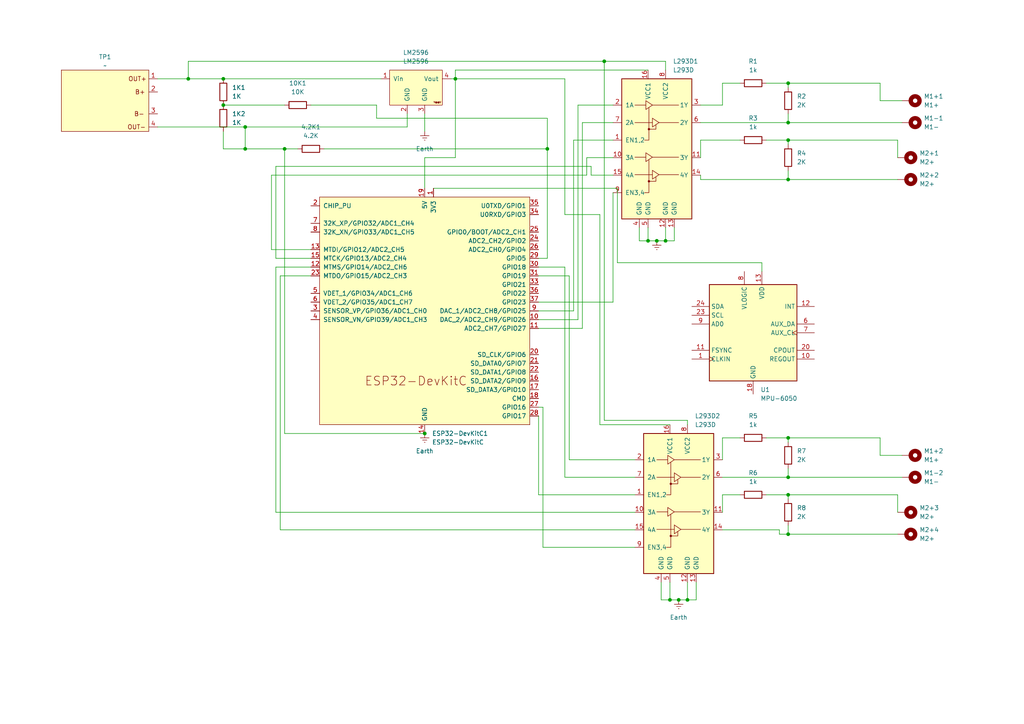
<source format=kicad_sch>
(kicad_sch (version 20250114) (generator "eeschema") (generator_version "9.0")
  (paper "A4")
  (lib_symbols
    (symbol "Device:R" (pin_numbers (hide yes)) (pin_names (offset 0))
      (property "Reference" "R" (at 2.032 0 90))
      (property "Value" "R" (at 0 0 90))
      (symbol "R_0_1"
        (rectangle (start -1.016 -2.54) (end 1.016 2.54) (stroke (width 0.254)))
      )
      (symbol "R_1_1"
        (pin passive line (at 0 3.81 270) (length 1.27) (name "~") (number "1"))
        (pin passive line (at 0 -3.81 90) (length 1.27) (name "~") (number "2"))
      )
    )
    (symbol "Driver_Motor:L293D" (pin_names (offset 1.016))
      (property "Reference" "U" (at -5.08 26.035 0))
      (property "Value" "L293D" (at -5.08 24.13 0))
      (symbol "L293D_0_1"
        (rectangle (start -10.16 22.86) (end 10.16 -17.78) (stroke (width 0.254)) (fill (type background)))
        (polyline (pts (xy -6.35 15.24) (xy -3.175 15.24)))
        (polyline (pts (xy -6.35 10.16) (xy -1.27 10.16)))
        (polyline (pts (xy -6.35 0.127) (xy -3.175 0.127)))
        (polyline (pts (xy -6.35 -4.953) (xy -1.27 -4.953)))
        (polyline (pts (xy -3.175 16.51) (xy -3.175 13.97) (xy -1.27 15.24) (xy -3.175 16.51)))
        (polyline (pts (xy -3.175 1.397) (xy -3.175 -1.143) (xy -1.27 0.127) (xy -3.175 1.397)))
        (polyline (pts (xy -2.286 14.478) (xy -2.286 5.08) (xy -3.556 5.08)))
        (circle (center -2.286 8.255) (radius 0.254) (fill (type outline)))
        (polyline (pts (xy -2.286 8.255) (xy -0.254 8.255) (xy -0.254 9.525)))
        (polyline (pts (xy -2.286 -0.635) (xy -2.286 -10.16) (xy -3.556 -10.16)))
        (circle (center -2.286 -6.858) (radius 0.254) (fill (type outline)))
        (polyline (pts (xy -2.286 -6.858) (xy -0.254 -6.858) (xy -0.254 -5.588)))
        (polyline (pts (xy -1.27 15.24) (xy 6.35 15.24)))
        (polyline (pts (xy -1.27 11.43) (xy -1.27 8.89) (xy 0.635 10.16) (xy -1.27 11.43)))
        (polyline (pts (xy -1.27 0.127) (xy 6.35 0.127)))
        (polyline (pts (xy -1.27 -3.683) (xy -1.27 -6.223) (xy 0.635 -4.953) (xy -1.27 -3.683)))
        (polyline (pts (xy 0.635 10.16) (xy 6.35 10.16)))
        (polyline (pts (xy 0.635 -4.953) (xy 6.35 -4.953)))
      )
      (symbol "L293D_1_1"
        (pin input line (at -12.7 15.24 0) (length 2.54) (name "1A") (number "2"))
        (pin input line (at -12.7 10.16 0) (length 2.54) (name "2A") (number "7"))
        (pin input line (at -12.7 5.08 0) (length 2.54) (name "EN1,2") (number "1"))
        (pin input line (at -12.7 0 0) (length 2.54) (name "3A") (number "10"))
        (pin input line (at -12.7 -5.08 0) (length 2.54) (name "4A") (number "15"))
        (pin input line (at -12.7 -10.16 0) (length 2.54) (name "EN3,4") (number "9"))
        (pin power_in line (at -5.08 -20.32 90) (length 2.54) (name "GND") (number "4"))
        (pin power_in line (at -2.54 25.4 270) (length 2.54) (name "VCC1") (number "16"))
        (pin power_in line (at -2.54 -20.32 90) (length 2.54) (name "GND") (number "5"))
        (pin power_in line (at 2.54 25.4 270) (length 2.54) (name "VCC2") (number "8"))
        (pin power_in line (at 2.54 -20.32 90) (length 2.54) (name "GND") (number "12"))
        (pin power_in line (at 5.08 -20.32 90) (length 2.54) (name "GND") (number "13"))
        (pin output line (at 12.7 15.24 180) (length 2.54) (name "1Y") (number "3"))
        (pin output line (at 12.7 10.16 180) (length 2.54) (name "2Y") (number "6"))
        (pin output line (at 12.7 0 180) (length 2.54) (name "3Y") (number "11"))
        (pin output line (at 12.7 -5.08 180) (length 2.54) (name "4Y") (number "14"))
      )
    )
    (symbol "Espressif:ESP32-DevKitC" (pin_names (offset 1.016))
      (property "Reference" "U" (at -30.48 38.1 0))
      (property "Value" "ESP32-DevKitC" (at -30.48 35.56 0))
      (symbol "ESP32-DevKitC_0_0"
        (text "ESP32-DevKitC" (at -2.54 -20.32 0) (effects (font (size 2.54 2.54))))
        (pin power_in line (at 0 35.56 270) (length 2.54) (name "5V") (number "19"))
        (pin power_in line (at 0 -35.56 90) (length 2.54) (name "GND") (number "14"))
      )
      (symbol "ESP32-DevKitC_0_1"
        (rectangle (start -30.48 33.02) (end 30.48 -33.02) (fill (type background)))
      )
      (symbol "ESP32-DevKitC_1_1"
        (pin input line (at -33.02 30.48 0) (length 2.54) (name "CHIP_PU") (number "2"))
        (pin bidirectional line (at -33.02 25.4 0) (length 2.54) (name "32K_XP/GPIO32/ADC1_CH4") (number "7"))
        (pin bidirectional line (at -33.02 22.86 0) (length 2.54) (name "32K_XN/GPIO33/ADC1_CH5") (number "8"))
        (pin bidirectional line (at -33.02 17.78 0) (length 2.54) (name "MTDI/GPIO12/ADC2_CH5") (number "13"))
        (pin bidirectional line (at -33.02 15.24 0) (length 2.54) (name "MTCK/GPIO13/ADC2_CH4") (number "15"))
        (pin bidirectional line (at -33.02 12.7 0) (length 2.54) (name "MTMS/GPIO14/ADC2_CH6") (number "12"))
        (pin bidirectional line (at -33.02 10.16 0) (length 2.54) (name "MTDO/GPIO15/ADC2_CH3") (number "23"))
        (pin input line (at -33.02 5.08 0) (length 2.54) (name "VDET_1/GPIO34/ADC1_CH6") (number "5"))
        (pin input line (at -33.02 2.54 0) (length 2.54) (name "VDET_2/GPIO35/ADC1_CH7") (number "6"))
        (pin input line (at -33.02 0 0) (length 2.54) (name "SENSOR_VP/GPIO36/ADC1_CH0") (number "3"))
        (pin input line (at -33.02 -2.54 0) (length 2.54) (name "SENSOR_VN/GPIO39/ADC1_CH3") (number "4"))
        (pin passive line (at 0 -35.56 90) (length 2.54) (hide yes) (name "GND") (number "32"))
        (pin passive line (at 0 -35.56 90) (length 2.54) (hide yes) (name "GND") (number "38"))
        (pin power_in line (at 2.54 35.56 270) (length 2.54) (name "3V3") (number "1"))
        (pin bidirectional line (at 33.02 30.48 180) (length 2.54) (name "U0TXD/GPIO1") (number "35"))
        (pin bidirectional line (at 33.02 27.94 180) (length 2.54) (name "U0RXD/GPIO3") (number "34"))
        (pin bidirectional line (at 33.02 22.86 180) (length 2.54) (name "GPIO0/BOOT/ADC2_CH1") (number "25"))
        (pin bidirectional line (at 33.02 20.32 180) (length 2.54) (name "ADC2_CH2/GPIO2") (number "24"))
        (pin bidirectional line (at 33.02 17.78 180) (length 2.54) (name "ADC2_CH0/GPIO4") (number "26"))
        (pin bidirectional line (at 33.02 15.24 180) (length 2.54) (name "GPIO5") (number "29"))
        (pin bidirectional line (at 33.02 12.7 180) (length 2.54) (name "GPIO18") (number "30"))
        (pin bidirectional line (at 33.02 10.16 180) (length 2.54) (name "GPIO19") (number "31"))
        (pin bidirectional line (at 33.02 7.62 180) (length 2.54) (name "GPIO21") (number "33"))
        (pin bidirectional line (at 33.02 5.08 180) (length 2.54) (name "GPIO22") (number "36"))
        (pin bidirectional line (at 33.02 2.54 180) (length 2.54) (name "GPIO23") (number "37"))
        (pin bidirectional line (at 33.02 0 180) (length 2.54) (name "DAC_1/ADC2_CH8/GPIO25") (number "9"))
        (pin bidirectional line (at 33.02 -2.54 180) (length 2.54) (name "DAC_2/ADC2_CH9/GPIO26") (number "10"))
        (pin bidirectional line (at 33.02 -5.08 180) (length 2.54) (name "ADC2_CH7/GPIO27") (number "11"))
        (pin bidirectional line (at 33.02 -12.7 180) (length 2.54) (name "SD_CLK/GPIO6") (number "20"))
        (pin bidirectional line (at 33.02 -15.24 180) (length 2.54) (name "SD_DATA0/GPIO7") (number "21"))
        (pin bidirectional line (at 33.02 -17.78 180) (length 2.54) (name "SD_DATA1/GPIO8") (number "22"))
        (pin bidirectional line (at 33.02 -20.32 180) (length 2.54) (name "SD_DATA2/GPIO9") (number "16"))
        (pin bidirectional line (at 33.02 -22.86 180) (length 2.54) (name "SD_DATA3/GPIO10") (number "17"))
        (pin bidirectional line (at 33.02 -25.4 180) (length 2.54) (name "CMD") (number "18"))
        (pin bidirectional line (at 33.02 -27.94 180) (length 2.54) (name "GPIO16") (number "27"))
        (pin bidirectional line (at 33.02 -30.48 180) (length 2.54) (name "GPIO17") (number "28"))
      )
    )
    (symbol "Mechanical:MountingHole_Pad" (pin_numbers (hide yes)) (pin_names (offset 1.016) (hide yes)) (in_bom no)
      (property "Reference" "H" (at 0 6.35 0))
      (property "Value" "MountingHole_Pad" (at 0 4.445 0))
      (symbol "MountingHole_Pad_0_1"
        (circle (center 0 1.27) (radius 1.27) (stroke (width 1.27)))
      )
      (symbol "MountingHole_Pad_1_1"
        (pin input line (at 0 -2.54 90) (length 2.54) (name "1") (number "1"))
      )
    )
    (symbol "New_Library:tp4056_custom"
      (property "Reference" "TP4056" (at -8.89 6.35 0))
      (property "Value" "~" (at -8.89 3.81 0))
      (symbol "tp4056_custom_1_1"
        (rectangle (start -21.59 2.54) (end 3.81 -15.24) (fill (type background)))
        (text "OUT-\n" (at 0.254 -13.97 0) (effects (font (size 1.27 1.27))))
        (text "OUT+\n" (at 0.508 0 0) (effects (font (size 1.27 1.27))))
        (text "B-" (at 1.016 -10.16 0) (effects (font (size 1.27 1.27))))
        (text "B+" (at 1.27 -3.81 0) (effects (font (size 1.27 1.27))))
        (pin power_out line (at 6.35 0 180) (length 2.54) (name "") (number "1"))
        (pin power_in line (at 6.35 -3.81 180) (length 2.54) (name "") (number "2"))
        (pin power_in line (at 6.35 -10.16 180) (length 2.54) (name "") (number "3"))
        (pin power_out line (at 6.35 -13.97 180) (length 2.54) (name "") (number "4"))
      )
    )
    (symbol "Sensor_Motion:MPU-6050"
      (property "Reference" "U" (at -11.43 13.97 0))
      (property "Value" "MPU-6050" (at 7.62 -15.24 0))
      (symbol "MPU-6050_0_0"
        (text "" (at 12.7 -2.54 0) (effects (font (size 1.27 1.27))))
      )
      (symbol "MPU-6050_0_1"
        (rectangle (start -12.7 13.97) (end 12.7 -13.97) (stroke (width 0.254)) (fill (type background)))
      )
      (symbol "MPU-6050_1_1"
        (pin bidirectional line (at -17.78 7.62 0) (length 5.08) (name "SDA") (number "24"))
        (pin input line (at -17.78 5.08 0) (length 5.08) (name "SCL") (number "23"))
        (pin input line (at -17.78 2.54 0) (length 5.08) (name "AD0") (number "9"))
        (pin input line (at -17.78 -5.08 0) (length 5.08) (name "FSYNC") (number "11"))
        (pin input clock (at -17.78 -7.62 0) (length 5.08) (name "CLKIN") (number "1"))
        (pin no_connect line (at -12.7 12.7 0) (length 2.54) (hide yes) (name "NC") (number "2"))
        (pin no_connect line (at -12.7 10.16 0) (length 2.54) (hide yes) (name "NC") (number "3"))
        (pin no_connect line (at -12.7 0 0) (length 2.54) (hide yes) (name "NC") (number "4"))
        (pin no_connect line (at -12.7 -2.54 0) (length 2.54) (hide yes) (name "NC") (number "5"))
        (pin no_connect line (at -12.7 -10.16 0) (length 2.54) (hide yes) (name "NC") (number "14"))
        (pin power_in line (at -2.54 17.78 270) (length 3.81) (name "VLOGIC") (number "8"))
        (pin power_in line (at 0 -17.78 90) (length 3.81) (name "GND") (number "18"))
        (pin power_in line (at 2.54 17.78 270) (length 3.81) (name "VDD") (number "13"))
        (pin no_connect line (at 12.7 12.7 180) (length 2.54) (hide yes) (name "NC") (number "15"))
        (pin no_connect line (at 12.7 10.16 180) (length 2.54) (hide yes) (name "NC") (number "16"))
        (pin no_connect line (at 12.7 5.08 180) (length 2.54) (hide yes) (name "NC") (number "17"))
        (pin no_connect line (at 12.7 -2.54 180) (length 2.54) (hide yes) (name "RESV") (number "21"))
        (pin no_connect line (at 12.7 -10.16 180) (length 2.54) (hide yes) (name "RESV") (number "19"))
        (pin no_connect line (at 12.7 -12.7 180) (length 2.54) (hide yes) (name "RESV") (number "22"))
        (pin output line (at 17.78 7.62 180) (length 5.08) (name "INT") (number "12"))
        (pin bidirectional line (at 17.78 2.54 180) (length 5.08) (name "AUX_DA") (number "6"))
        (pin output clock (at 17.78 0 180) (length 5.08) (name "AUX_CL") (number "7"))
        (pin passive line (at 17.78 -5.08 180) (length 5.08) (name "CPOUT") (number "20"))
        (pin passive line (at 17.78 -7.62 180) (length 5.08) (name "REGOUT") (number "10"))
      )
    )
    (symbol "power:Earth" (power) (pin_numbers (hide yes)) (pin_names (offset 0) (hide yes))
      (property "Value" "Earth" (at 0 -3.81 0))
      (symbol "Earth_0_1"
        (polyline (pts (xy -0.635 -1.905) (xy 0.635 -1.905)))
        (polyline (pts (xy -0.127 -2.54) (xy 0.127 -2.54)))
        (polyline (pts (xy 0 -1.27) (xy 0 0)))
        (polyline (pts (xy 1.27 -1.27) (xy -1.27 -1.27)))
      )
      (symbol "Earth_1_1"
        (pin power_in line (at 0 0 270) (length 0) (name "~") (number "1"))
      )
    )
    (symbol "yaaj_dcdc_stepdown_lm2596:YAAJ_DCDC_StepDown_LM2596" (pin_names (offset 1.016))
      (property "Reference" "U" (at -5.08 6.35 0))
      (property "Value" "YAAJ_DCDC_StepDown_LM2596" (at 0 11.43 0))
      (symbol "YAAJ_DCDC_StepDown_LM2596_0_1"
        (rectangle (start -7.62 5.08) (end 7.62 -5.08) (fill (type background)))
      )
      (symbol "YAAJ_DCDC_StepDown_LM2596_1_1"
        (text "Y@@V" (at 6.1976 -4.2672 0) (effects (font (size 0.508 0.508))))
        (pin power_in line (at -10.16 2.54 0) (length 2.54) (name "Vin") (number "1"))
        (pin power_in line (at -2.54 -7.62 90) (length 2.54) (name "GND") (number "2"))
        (pin power_in line (at 2.54 -7.62 90) (length 2.54) (name "GND") (number "3"))
        (pin power_out line (at 10.16 2.54 180) (length 2.54) (name "Vout") (number "4"))
      )
    )
  )
  (junction (at 64.77 22.86))
  (junction (at 228.6 127))
  (junction (at 228.6 40.64))
  (junction (at 158.75 43.18))
  (junction (at 123.19 125.73))
  (junction (at 71.12 43.18))
  (junction (at 64.77 30.48))
  (junction (at 228.6 24.13))
  (junction (at 193.04 69.85))
  (junction (at 228.6 52.07))
  (junction (at 194.31 173.99))
  (junction (at 190.5 69.85))
  (junction (at 82.55 43.18))
  (junction (at 54.61 22.86))
  (junction (at 187.96 69.85))
  (junction (at 199.39 173.99))
  (junction (at 228.6 154.94))
  (junction (at 228.6 138.43))
  (junction (at 132.08 22.86))
  (junction (at 175.26 17.78))
  (junction (at 228.6 143.51))
  (junction (at 228.6 35.56))
  (junction (at 196.85 173.99))
  (junction (at 71.12 36.83))
  (wire (pts (xy 71.12 36.83) (xy 71.12 43.18)))
  (wire (pts (xy 163.83 138.43) (xy 163.83 77.47)))
  (wire (pts (xy 184.15 148.59) (xy 80.01 148.59)))
  (wire (pts (xy 64.77 43.18) (xy 71.12 43.18)))
  (wire (pts (xy 168.91 95.25) (xy 156.21 95.25)))
  (wire (pts (xy 45.72 36.83) (xy 71.12 36.83)))
  (wire (pts (xy 80.01 77.47) (xy 90.17 77.47)))
  (wire (pts (xy 194.31 173.99) (xy 196.85 173.99)))
  (wire (pts (xy 228.6 24.13) (xy 228.6 25.4)))
  (wire (pts (xy 222.25 143.51) (xy 228.6 143.51)))
  (wire (pts (xy 228.6 138.43) (xy 261.62 138.43)))
  (wire (pts (xy 78.74 72.39) (xy 90.17 72.39)))
  (wire (pts (xy 82.55 125.73) (xy 123.19 125.73)))
  (wire (pts (xy 93.98 43.18) (xy 158.75 43.18)))
  (wire (pts (xy 167.64 30.48) (xy 167.64 92.71)))
  (wire (pts (xy 190.5 69.85) (xy 193.04 69.85)))
  (wire (pts (xy 193.04 20.32) (xy 193.04 17.78)))
  (wire (pts (xy 203.2 40.64) (xy 203.2 45.72)))
  (wire (pts (xy 64.77 43.18) (xy 64.77 38.1)))
  (wire (pts (xy 209.55 127) (xy 214.63 127)))
  (wire (pts (xy 165.1 80.01) (xy 156.21 80.01)))
  (wire (pts (xy 255.27 127) (xy 228.6 127)))
  (wire (pts (xy 228.6 152.4) (xy 228.6 154.94)))
  (wire (pts (xy 209.55 138.43) (xy 228.6 138.43)))
  (wire (pts (xy 109.22 34.29) (xy 109.22 30.48)))
  (wire (pts (xy 80.01 148.59) (xy 80.01 77.47)))
  (wire (pts (xy 132.08 20.32) (xy 187.96 20.32)))
  (wire (pts (xy 177.8 40.64) (xy 166.37 40.64)))
  (wire (pts (xy 220.98 76.2) (xy 220.98 78.74)))
  (wire (pts (xy 184.15 143.51) (xy 156.21 143.51)))
  (wire (pts (xy 228.6 135.89) (xy 228.6 138.43)))
  (wire (pts (xy 158.75 34.29) (xy 158.75 43.18)))
  (wire (pts (xy 203.2 35.56) (xy 228.6 35.56)))
  (wire (pts (xy 167.64 92.71) (xy 156.21 92.71)))
  (wire (pts (xy 64.77 22.86) (xy 110.49 22.86)))
  (wire (pts (xy 171.45 50.8) (xy 171.45 48.26)))
  (wire (pts (xy 175.26 17.78) (xy 193.04 17.78)))
  (wire (pts (xy 185.42 66.04) (xy 185.42 69.85)))
  (wire (pts (xy 168.91 35.56) (xy 168.91 95.25)))
  (wire (pts (xy 179.07 76.2) (xy 220.98 76.2)))
  (wire (pts (xy 158.75 43.18) (xy 158.75 74.93)))
  (wire (pts (xy 130.81 22.86) (xy 132.08 22.86)))
  (wire (pts (xy 184.15 133.35) (xy 165.1 133.35)))
  (wire (pts (xy 226.06 153.67) (xy 226.06 154.94)))
  (wire (pts (xy 260.35 143.51) (xy 260.35 148.59)))
  (wire (pts (xy 80.01 74.93) (xy 90.17 74.93)))
  (wire (pts (xy 78.74 50.8) (xy 78.74 72.39)))
  (wire (pts (xy 185.42 69.85) (xy 187.96 69.85)))
  (wire (pts (xy 157.48 158.75) (xy 157.48 118.11)))
  (wire (pts (xy 175.26 121.92) (xy 199.39 121.92)))
  (wire (pts (xy 175.26 17.78) (xy 175.26 121.92)))
  (wire (pts (xy 261.62 132.08) (xy 255.27 132.08)))
  (wire (pts (xy 214.63 143.51) (xy 209.55 143.51)))
  (wire (pts (xy 209.55 143.51) (xy 209.55 148.59)))
  (wire (pts (xy 123.19 45.72) (xy 123.19 54.61)))
  (wire (pts (xy 184.15 153.67) (xy 81.28 153.67)))
  (wire (pts (xy 82.55 43.18) (xy 86.36 43.18)))
  (wire (pts (xy 71.12 36.83) (xy 118.11 36.83)))
  (wire (pts (xy 194.31 168.91) (xy 194.31 173.99)))
  (wire (pts (xy 228.6 49.53) (xy 228.6 52.07)))
  (wire (pts (xy 187.96 66.04) (xy 187.96 69.85)))
  (wire (pts (xy 260.35 40.64) (xy 260.35 45.72)))
  (wire (pts (xy 173.99 62.23) (xy 173.99 123.19)))
  (wire (pts (xy 163.83 62.23) (xy 173.99 62.23)))
  (wire (pts (xy 228.6 35.56) (xy 261.62 35.56)))
  (wire (pts (xy 71.12 43.18) (xy 82.55 43.18)))
  (wire (pts (xy 125.73 54.61) (xy 179.07 54.61)))
  (wire (pts (xy 163.83 22.86) (xy 132.08 22.86)))
  (wire (pts (xy 196.85 173.99) (xy 199.39 173.99)))
  (wire (pts (xy 165.1 133.35) (xy 165.1 80.01)))
  (wire (pts (xy 157.48 118.11) (xy 156.21 118.11)))
  (wire (pts (xy 54.61 17.78) (xy 54.61 22.86)))
  (wire (pts (xy 118.11 36.83) (xy 118.11 33.02)))
  (wire (pts (xy 228.6 127) (xy 228.6 128.27)))
  (wire (pts (xy 203.2 52.07) (xy 203.2 50.8)))
  (wire (pts (xy 177.8 50.8) (xy 171.45 50.8)))
  (wire (pts (xy 228.6 143.51) (xy 228.6 144.78)))
  (wire (pts (xy 158.75 74.93) (xy 156.21 74.93)))
  (wire (pts (xy 199.39 173.99) (xy 201.93 173.99)))
  (wire (pts (xy 177.8 35.56) (xy 168.91 35.56)))
  (wire (pts (xy 82.55 43.18) (xy 82.55 125.73)))
  (wire (pts (xy 132.08 20.32) (xy 132.08 22.86)))
  (wire (pts (xy 81.28 80.01) (xy 81.28 153.67)))
  (wire (pts (xy 203.2 40.64) (xy 214.63 40.64)))
  (wire (pts (xy 177.8 87.63) (xy 156.21 87.63)))
  (wire (pts (xy 170.18 50.8) (xy 78.74 50.8)))
  (wire (pts (xy 64.77 30.48) (xy 82.55 30.48)))
  (wire (pts (xy 191.77 168.91) (xy 191.77 173.99)))
  (wire (pts (xy 158.75 34.29) (xy 109.22 34.29)))
  (wire (pts (xy 228.6 40.64) (xy 228.6 41.91)))
  (wire (pts (xy 195.58 69.85) (xy 195.58 66.04)))
  (wire (pts (xy 226.06 154.94) (xy 228.6 154.94)))
  (wire (pts (xy 199.39 168.91) (xy 199.39 173.99)))
  (wire (pts (xy 209.55 24.13) (xy 214.63 24.13)))
  (wire (pts (xy 228.6 40.64) (xy 260.35 40.64)))
  (wire (pts (xy 184.15 138.43) (xy 163.83 138.43)))
  (wire (pts (xy 222.25 24.13) (xy 228.6 24.13)))
  (wire (pts (xy 54.61 17.78) (xy 175.26 17.78)))
  (wire (pts (xy 228.6 143.51) (xy 260.35 143.51)))
  (wire (pts (xy 45.72 22.86) (xy 54.61 22.86)))
  (wire (pts (xy 163.83 77.47) (xy 156.21 77.47)))
  (wire (pts (xy 255.27 132.08) (xy 255.27 127)))
  (wire (pts (xy 177.8 30.48) (xy 167.64 30.48)))
  (wire (pts (xy 81.28 80.01) (xy 90.17 80.01)))
  (wire (pts (xy 261.62 29.21) (xy 255.27 29.21)))
  (wire (pts (xy 184.15 158.75) (xy 157.48 158.75)))
  (wire (pts (xy 177.8 45.72) (xy 170.18 45.72)))
  (wire (pts (xy 132.08 45.72) (xy 123.19 45.72)))
  (wire (pts (xy 171.45 48.26) (xy 80.01 48.26)))
  (wire (pts (xy 228.6 33.02) (xy 228.6 35.56)))
  (wire (pts (xy 201.93 168.91) (xy 201.93 173.99)))
  (wire (pts (xy 209.55 153.67) (xy 226.06 153.67)))
  (wire (pts (xy 209.55 133.35) (xy 209.55 127)))
  (wire (pts (xy 222.25 40.64) (xy 228.6 40.64)))
  (wire (pts (xy 163.83 62.23) (xy 163.83 22.86)))
  (wire (pts (xy 228.6 154.94) (xy 260.35 154.94)))
  (wire (pts (xy 156.21 90.17) (xy 166.37 90.17)))
  (wire (pts (xy 177.8 55.88) (xy 177.8 87.63)))
  (wire (pts (xy 132.08 22.86) (xy 132.08 45.72)))
  (wire (pts (xy 203.2 30.48) (xy 209.55 30.48)))
  (wire (pts (xy 193.04 69.85) (xy 195.58 69.85)))
  (wire (pts (xy 199.39 121.92) (xy 199.39 123.19)))
  (wire (pts (xy 173.99 123.19) (xy 194.31 123.19)))
  (wire (pts (xy 203.2 52.07) (xy 228.6 52.07)))
  (wire (pts (xy 90.17 30.48) (xy 109.22 30.48)))
  (wire (pts (xy 209.55 30.48) (xy 209.55 24.13)))
  (wire (pts (xy 80.01 48.26) (xy 80.01 74.93)))
  (wire (pts (xy 228.6 52.07) (xy 260.35 52.07)))
  (wire (pts (xy 123.19 33.02) (xy 123.19 38.1)))
  (wire (pts (xy 187.96 69.85) (xy 190.5 69.85)))
  (wire (pts (xy 191.77 173.99) (xy 194.31 173.99)))
  (wire (pts (xy 166.37 40.64) (xy 166.37 90.17)))
  (wire (pts (xy 170.18 45.72) (xy 170.18 50.8)))
  (wire (pts (xy 255.27 24.13) (xy 228.6 24.13)))
  (wire (pts (xy 222.25 127) (xy 228.6 127)))
  (wire (pts (xy 54.61 22.86) (xy 64.77 22.86)))
  (wire (pts (xy 179.07 54.61) (xy 179.07 76.2)))
  (wire (pts (xy 156.21 143.51) (xy 156.21 120.65)))
  (wire (pts (xy 255.27 29.21) (xy 255.27 24.13)))
  (wire (pts (xy 193.04 66.04) (xy 193.04 69.85)))
  (symbol (lib_id "Mechanical:MountingHole_Pad") (at 262.89 154.94 270) (unit 1) (in_bom no)
    (property "Reference" "M2+4" (at 266.7 153.6699 90) (effects (justify left)))
    (property "Value" "M2+" (at 266.7 156.2099 90) (effects (justify left)))
    (property "Footprint" "MountingHole:MountingHole_2.2mm_M2_ISO7380_Pad" (effects (hide yes)))
    (property "Description" "Mounting Hole with connection" (effects (hide yes)))
  )
  (symbol (lib_id "Device:R") (at 218.44 143.51 90) (unit 1)
    (property "Reference" "R6" (at 218.44 137.16 90))
    (property "Value" "1k" (at 218.44 139.7 90))
    (property "Footprint" "Resistor_THT:R_Axial_DIN0204_L3.6mm_D1.6mm_P5.08mm_Horizontal" (effects (hide yes)))
    (property "Description" "Resistor" (effects (hide yes)))
  )
  (symbol (lib_id "Device:R") (at 90.17 43.18 90) (unit 1)
    (property "Reference" "4.2K1" (at 90.17 36.83 90))
    (property "Value" "4.2K" (at 90.17 39.37 90))
    (property "Footprint" "Resistor_THT:R_Axial_DIN0204_L3.6mm_D1.6mm_P5.08mm_Horizontal" (effects (hide yes)))
    (property "Description" "Resistor" (effects (hide yes)))
  )
  (symbol (lib_id "Mechanical:MountingHole_Pad") (at 262.89 45.72 270) (unit 1) (in_bom no)
    (property "Reference" "M2+1" (at 266.7 44.4499 90) (effects (justify left)))
    (property "Value" "M2+" (at 266.7 46.9899 90) (effects (justify left)))
    (property "Footprint" "MountingHole:MountingHole_2.2mm_M2_ISO7380_Pad" (effects (hide yes)))
    (property "Description" "Mounting Hole with connection" (effects (hide yes)))
  )
  (symbol (lib_id "Mechanical:MountingHole_Pad") (at 262.89 52.07 270) (unit 1) (in_bom no)
    (property "Reference" "M2+2" (at 266.7 50.7999 90) (effects (justify left)))
    (property "Value" "M2+" (at 266.7 53.3399 90) (effects (justify left)))
    (property "Footprint" "MountingHole:MountingHole_2.2mm_M2_ISO7380_Pad" (effects (hide yes)))
    (property "Description" "Mounting Hole with connection" (effects (hide yes)))
  )
  (symbol (lib_id "Mechanical:MountingHole_Pad") (at 264.16 29.21 270) (unit 1) (in_bom no)
    (property "Reference" "M1+1" (at 267.97 27.9399 90) (effects (justify left)))
    (property "Value" "M1+" (at 267.97 30.4799 90) (effects (justify left)))
    (property "Footprint" "MountingHole:MountingHole_2.2mm_M2_ISO7380_Pad" (effects (hide yes)))
    (property "Description" "Mounting Hole with connection" (effects (hide yes)))
  )
  (symbol (lib_id "Device:R") (at 228.6 148.59 0) (unit 1)
    (property "Reference" "R8" (at 231.14 147.3199 0) (effects (justify left)))
    (property "Value" "2K" (at 231.14 149.8599 0) (effects (justify left)))
    (property "Footprint" "Resistor_THT:R_Axial_DIN0204_L3.6mm_D1.6mm_P5.08mm_Horizontal" (effects (hide yes)))
    (property "Description" "Resistor" (effects (hide yes)))
  )
  (symbol (lib_id "New_Library:tp4056_custom") (at 39.37 22.86 0) (unit 1)
    (property "Reference" "TP1" (at 30.48 16.51 0))
    (property "Value" "~" (at 30.48 19.05 0))
    (property "Footprint" "TP4056-18650-master:TP4056-18650" (effects (hide yes)))
  )
  (symbol (lib_id "Device:R") (at 218.44 40.64 90) (unit 1)
    (property "Reference" "R3" (at 218.44 34.29 90))
    (property "Value" "1k" (at 218.44 36.83 90))
    (property "Footprint" "Resistor_THT:R_Axial_DIN0204_L3.6mm_D1.6mm_P5.08mm_Horizontal" (effects (hide yes)))
    (property "Description" "Resistor" (effects (hide yes)))
  )
  (symbol (lib_id "yaaj_dcdc_stepdown_lm2596:YAAJ_DCDC_StepDown_LM2596") (at 120.65 25.4 0) (unit 1)
    (property "Reference" "LM2596" (at 120.65 15.24 0))
    (property "Value" "LM2596" (at 120.65 17.78 0))
    (property "Footprint" "KiCad:YAAJ_DCDC_StepDown_LM2596" (effects (hide yes)))
    (property "Description" "module : adjustable step down module 3.2V-40V to 1.25V-35V 3A" (effects (hide yes)))
  )
  (symbol (lib_id "power:Earth") (at 123.19 125.73 0) (unit 1)
    (property "Reference" "#PWR04" (effects (hide yes)))
    (property "Value" "Earth" (at 123.19 130.81 0))
    (property "Description" "Power symbol creates a global label with name \"Earth\"" (effects (hide yes)))
  )
  (symbol (lib_id "Device:R") (at 218.44 127 90) (unit 1)
    (property "Reference" "R5" (at 218.44 120.65 90))
    (property "Value" "1k" (at 218.44 123.19 90))
    (property "Footprint" "Resistor_THT:R_Axial_DIN0204_L3.6mm_D1.6mm_P5.08mm_Horizontal" (effects (hide yes)))
    (property "Description" "Resistor" (effects (hide yes)))
  )
  (symbol (lib_id "Device:R") (at 228.6 45.72 0) (unit 1)
    (property "Reference" "R4" (at 231.14 44.4499 0) (effects (justify left)))
    (property "Value" "2K" (at 231.14 46.9899 0) (effects (justify left)))
    (property "Footprint" "Resistor_THT:R_Axial_DIN0204_L3.6mm_D1.6mm_P5.08mm_Horizontal" (effects (hide yes)))
    (property "Description" "Resistor" (effects (hide yes)))
  )
  (symbol (lib_id "Mechanical:MountingHole_Pad") (at 264.16 35.56 270) (unit 1) (in_bom no)
    (property "Reference" "M1-1" (at 267.97 34.2899 90) (effects (justify left)))
    (property "Value" "M1-" (at 267.97 36.8299 90) (effects (justify left)))
    (property "Footprint" "MountingHole:MountingHole_2.2mm_M2_ISO7380_Pad" (effects (hide yes)))
    (property "Description" "Mounting Hole with connection" (effects (hide yes)))
  )
  (symbol (lib_id "Driver_Motor:L293D") (at 190.5 45.72 0) (unit 1)
    (property "Reference" "L293D1" (at 195.1833 17.78 0) (effects (justify left)))
    (property "Value" "L293D" (at 195.1833 20.32 0) (effects (justify left)))
    (property "Footprint" "Package_DIP:DIP-16_W7.62mm" (effects (hide yes)))
    (property "Datasheet" "http://www.ti.com/lit/ds/symlink/l293.pdf" (effects (hide yes)))
    (property "Description" "Quadruple Half-H Drivers" (effects (hide yes)))
  )
  (symbol (lib_id "Sensor_Motion:MPU-6050") (at 218.44 96.52 0) (unit 1)
    (property "Reference" "U1" (at 220.5833 113.03 0) (effects (justify left)))
    (property "Value" "MPU-6050" (at 220.5833 115.57 0) (effects (justify left)))
    (property "Footprint" "usini_sensors:module_mpu6050" (effects (hide yes)))
    (property "Datasheet" "https://invensense.tdk.com/wp-content/uploads/2015/02/MPU-6000-Datasheet1.pdf" (effects (hide yes)))
    (property "Description" "InvenSense 6-Axis Motion Sensor, Gyroscope, Accelerometer, I2C" (effects (hide yes)))
    (property "Sim.Library" ".\\" (effects (hide yes)))
  )
  (symbol (lib_id "Device:R") (at 228.6 132.08 0) (unit 1)
    (property "Reference" "R7" (at 231.14 130.8099 0) (effects (justify left)))
    (property "Value" "2K" (at 231.14 133.3499 0) (effects (justify left)))
    (property "Footprint" "Resistor_THT:R_Axial_DIN0204_L3.6mm_D1.6mm_P5.08mm_Horizontal" (effects (hide yes)))
    (property "Description" "Resistor" (effects (hide yes)))
  )
  (symbol (lib_id "Device:R") (at 64.77 34.29 0) (unit 1)
    (property "Reference" "1K2" (at 67.31 33.0199 0) (effects (justify left)))
    (property "Value" "1K" (at 67.31 35.5599 0) (effects (justify left)))
    (property "Footprint" "Resistor_THT:R_Axial_DIN0204_L3.6mm_D1.6mm_P5.08mm_Horizontal" (effects (hide yes)))
    (property "Description" "Resistor" (effects (hide yes)))
  )
  (symbol (lib_id "Device:R") (at 64.77 26.67 0) (unit 1)
    (property "Reference" "1K1" (at 67.31 25.3999 0) (effects (justify left)))
    (property "Value" "1K" (at 67.31 27.9399 0) (effects (justify left)))
    (property "Footprint" "Resistor_THT:R_Axial_DIN0204_L3.6mm_D1.6mm_P5.08mm_Horizontal" (effects (hide yes)))
    (property "Description" "Resistor" (effects (hide yes)))
  )
  (symbol (lib_id "Mechanical:MountingHole_Pad") (at 264.16 138.43 270) (unit 1) (in_bom no)
    (property "Reference" "M1-2" (at 267.97 137.1599 90) (effects (justify left)))
    (property "Value" "M1-" (at 267.97 139.6999 90) (effects (justify left)))
    (property "Footprint" "MountingHole:MountingHole_2.2mm_M2_ISO7380_Pad" (effects (hide yes)))
    (property "Description" "Mounting Hole with connection" (effects (hide yes)))
  )
  (symbol (lib_id "Espressif:ESP32-DevKitC") (at 123.19 90.17 0) (unit 1)
    (property "Reference" "ESP32-DevKitC1" (at 125.3333 125.73 0) (effects (justify left)))
    (property "Value" "ESP32-DevKitC" (at 125.3333 128.27 0) (effects (justify left)))
    (property "Footprint" "ESP32_Footprints:ESP32_38pin" (effects (hide yes)))
    (property "Datasheet" "https://docs.espressif.com/projects/esp-idf/zh_CN/latest/esp32/hw-reference/esp32/get-started-devkitc.html" (effects (hide yes)))
    (property "Description" "Development Kit" (effects (hide yes)))
  )
  (symbol (lib_id "Mechanical:MountingHole_Pad") (at 264.16 132.08 270) (unit 1) (in_bom no)
    (property "Reference" "M1+2" (at 267.97 130.8099 90) (effects (justify left)))
    (property "Value" "M1+" (at 267.97 133.3499 90) (effects (justify left)))
    (property "Footprint" "MountingHole:MountingHole_2.2mm_M2_ISO7380_Pad" (effects (hide yes)))
    (property "Description" "Mounting Hole with connection" (effects (hide yes)))
  )
  (symbol (lib_id "Driver_Motor:L293D") (at 196.85 148.59 0) (unit 1)
    (property "Reference" "L293D2" (at 201.5333 120.65 0) (effects (justify left)))
    (property "Value" "L293D" (at 201.5333 123.19 0) (effects (justify left)))
    (property "Footprint" "Package_DIP:DIP-16_W7.62mm" (effects (hide yes)))
    (property "Datasheet" "http://www.ti.com/lit/ds/symlink/l293.pdf" (effects (hide yes)))
    (property "Description" "Quadruple Half-H Drivers" (effects (hide yes)))
  )
  (symbol (lib_id "Device:R") (at 218.44 24.13 90) (unit 1)
    (property "Reference" "R1" (at 218.44 17.78 90))
    (property "Value" "1k" (at 218.44 20.32 90))
    (property "Footprint" "Resistor_THT:R_Axial_DIN0204_L3.6mm_D1.6mm_P5.08mm_Horizontal" (effects (hide yes)))
    (property "Description" "Resistor" (effects (hide yes)))
  )
  (symbol (lib_id "Mechanical:MountingHole_Pad") (at 262.89 148.59 270) (unit 1) (in_bom no)
    (property "Reference" "M2+3" (at 266.7 147.3199 90) (effects (justify left)))
    (property "Value" "M2+" (at 266.7 149.8599 90) (effects (justify left)))
    (property "Footprint" "MountingHole:MountingHole_2.2mm_M2_ISO7380_Pad" (effects (hide yes)))
    (property "Description" "Mounting Hole with connection" (effects (hide yes)))
  )
  (symbol (lib_id "power:Earth") (at 196.85 173.99 0) (unit 1)
    (property "Reference" "#PWR03" (effects (hide yes)))
    (property "Value" "Earth" (at 196.85 179.07 0))
    (property "Description" "Power symbol creates a global label with name \"Earth\"" (effects (hide yes)))
  )
  (symbol (lib_id "Device:R") (at 86.36 30.48 90) (unit 1)
    (property "Reference" "10K1" (at 86.36 24.13 90))
    (property "Value" "10K" (at 86.36 26.67 90))
    (property "Footprint" "Resistor_THT:R_Axial_DIN0204_L3.6mm_D1.6mm_P5.08mm_Horizontal" (effects (hide yes)))
    (property "Description" "Resistor" (effects (hide yes)))
  )
  (symbol (lib_id "Device:R") (at 228.6 29.21 0) (unit 1)
    (property "Reference" "R2" (at 231.14 27.9399 0) (effects (justify left)))
    (property "Value" "2K" (at 231.14 30.4799 0) (effects (justify left)))
    (property "Footprint" "Resistor_THT:R_Axial_DIN0204_L3.6mm_D1.6mm_P5.08mm_Horizontal" (effects (hide yes)))
    (property "Description" "Resistor" (effects (hide yes)))
  )
  (symbol (lib_id "power:Earth") (at 123.19 38.1 0) (unit 1)
    (property "Reference" "#PWR05" (effects (hide yes)))
    (property "Value" "Earth" (at 123.19 43.18 0))
    (property "Description" "Power symbol creates a global label with name \"Earth\"" (effects (hide yes)))
  )
  (symbol (lib_id "power:Earth") (at 190.5 69.85 0) (unit 1)
    (property "Reference" "#PWR01" (effects (hide yes)))
    (property "Value" "Earth" (effects (hide yes)))
    (property "Description" "Power symbol creates a global label with name \"Earth\"" (effects (hide yes)))
  )
)
</source>
